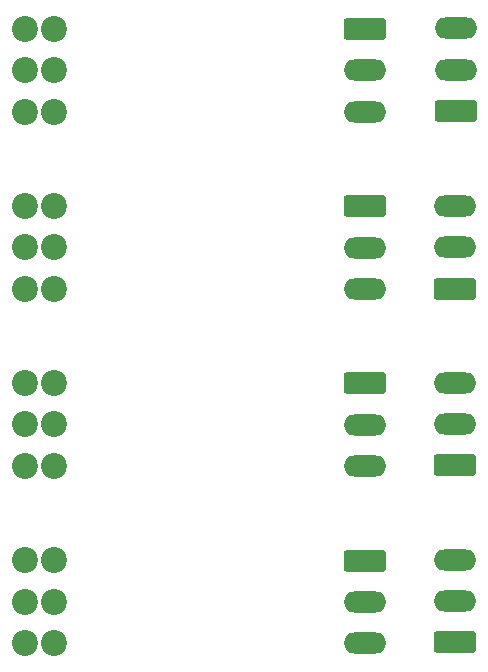
<source format=gbr>
%TF.GenerationSoftware,KiCad,Pcbnew,8.0.5*%
%TF.CreationDate,2025-06-13T11:28:52+02:00*%
%TF.ProjectId,insulFrogExtensionSMD,696e7375-6c46-4726-9f67-457874656e73,rev?*%
%TF.SameCoordinates,Original*%
%TF.FileFunction,Soldermask,Bot*%
%TF.FilePolarity,Negative*%
%FSLAX46Y46*%
G04 Gerber Fmt 4.6, Leading zero omitted, Abs format (unit mm)*
G04 Created by KiCad (PCBNEW 8.0.5) date 2025-06-13 11:28:52*
%MOMM*%
%LPD*%
G01*
G04 APERTURE LIST*
G04 Aperture macros list*
%AMRoundRect*
0 Rectangle with rounded corners*
0 $1 Rounding radius*
0 $2 $3 $4 $5 $6 $7 $8 $9 X,Y pos of 4 corners*
0 Add a 4 corners polygon primitive as box body*
4,1,4,$2,$3,$4,$5,$6,$7,$8,$9,$2,$3,0*
0 Add four circle primitives for the rounded corners*
1,1,$1+$1,$2,$3*
1,1,$1+$1,$4,$5*
1,1,$1+$1,$6,$7*
1,1,$1+$1,$8,$9*
0 Add four rect primitives between the rounded corners*
20,1,$1+$1,$2,$3,$4,$5,0*
20,1,$1+$1,$4,$5,$6,$7,0*
20,1,$1+$1,$6,$7,$8,$9,0*
20,1,$1+$1,$8,$9,$2,$3,0*%
G04 Aperture macros list end*
%ADD10O,3.600000X1.800000*%
%ADD11RoundRect,0.250000X1.550000X-0.650000X1.550000X0.650000X-1.550000X0.650000X-1.550000X-0.650000X0*%
%ADD12RoundRect,0.250000X-1.550000X0.650000X-1.550000X-0.650000X1.550000X-0.650000X1.550000X0.650000X0*%
%ADD13C,2.200000*%
G04 APERTURE END LIST*
D10*
%TO.C,J11*%
X120943000Y-119945000D03*
X120943000Y-123445000D03*
D11*
X120943000Y-126945000D03*
%TD*%
%TO.C,J8*%
X120943000Y-111945000D03*
D10*
X120943000Y-108445000D03*
X120943000Y-104945000D03*
%TD*%
D11*
%TO.C,J3*%
X121000000Y-81945000D03*
D10*
X121000000Y-78445000D03*
X121000000Y-74945000D03*
%TD*%
D12*
%TO.C,J12*%
X113357500Y-120017500D03*
D10*
X113357500Y-123517500D03*
X113357500Y-127017500D03*
%TD*%
D12*
%TO.C,J9*%
X113357500Y-105017500D03*
D10*
X113357500Y-108517500D03*
X113357500Y-112017500D03*
%TD*%
D12*
%TO.C,J6*%
X113357500Y-90017500D03*
D10*
X113357500Y-93517500D03*
X113357500Y-97017500D03*
%TD*%
D12*
%TO.C,J5*%
X113357500Y-75017500D03*
D10*
X113357500Y-78517500D03*
X113357500Y-82017500D03*
%TD*%
D13*
%TO.C,J10*%
X87000000Y-127000000D03*
X84500000Y-127000000D03*
X87000000Y-123500000D03*
X84500000Y-123500000D03*
X87000000Y-120000000D03*
X84500000Y-120000000D03*
%TD*%
D11*
%TO.C,J4*%
X120943000Y-97000000D03*
D10*
X120943000Y-93500000D03*
X120943000Y-90000000D03*
%TD*%
D13*
%TO.C,J7*%
X87000000Y-112000000D03*
X84500000Y-112000000D03*
X87000000Y-108500000D03*
X84500000Y-108500000D03*
X87000000Y-105000000D03*
X84500000Y-105000000D03*
%TD*%
%TO.C,J1*%
X87000000Y-97000000D03*
X84500000Y-97000000D03*
X87000000Y-93500000D03*
X84500000Y-93500000D03*
X87000000Y-90000000D03*
X84500000Y-90000000D03*
%TD*%
%TO.C,J2*%
X84500000Y-75000000D03*
X87000000Y-75000000D03*
X84500000Y-78500000D03*
X87000000Y-78500000D03*
X84500000Y-82000000D03*
X87000000Y-82000000D03*
%TD*%
M02*

</source>
